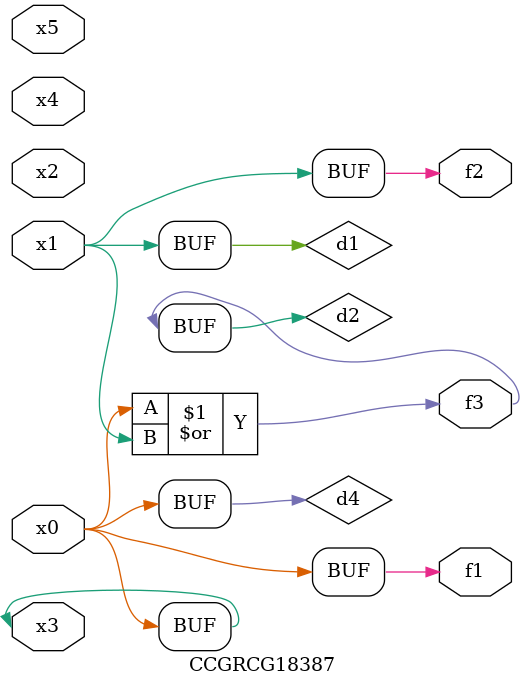
<source format=v>
module CCGRCG18387(
	input x0, x1, x2, x3, x4, x5,
	output f1, f2, f3
);

	wire d1, d2, d3, d4;

	and (d1, x1);
	or (d2, x0, x1);
	nand (d3, x0, x5);
	buf (d4, x0, x3);
	assign f1 = d4;
	assign f2 = d1;
	assign f3 = d2;
endmodule

</source>
